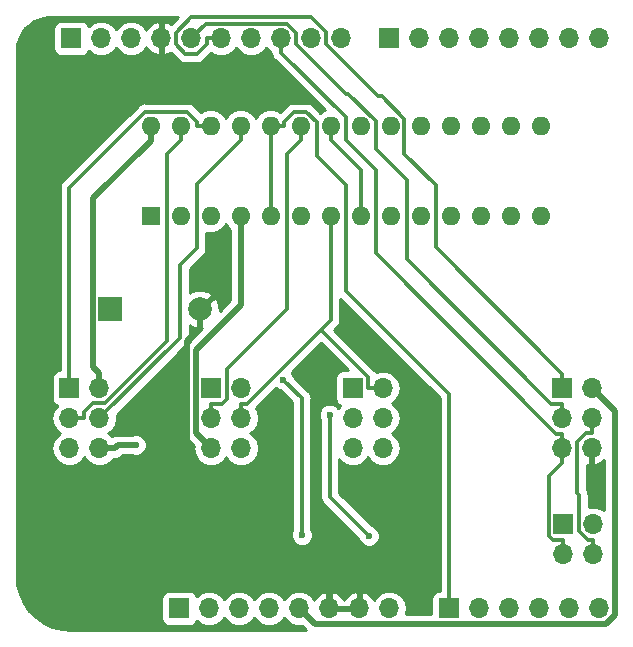
<source format=gbr>
G04 #@! TF.GenerationSoftware,KiCad,Pcbnew,(5.0.0)*
G04 #@! TF.CreationDate,2018-10-08T15:54:37-05:00*
G04 #@! TF.ProjectId,YAPS_Arduino_Shield_AVR,594150535F41726475696E6F5F536869,1.0*
G04 #@! TF.SameCoordinates,Original*
G04 #@! TF.FileFunction,Copper,L2,Bot,Signal*
G04 #@! TF.FilePolarity,Positive*
%FSLAX46Y46*%
G04 Gerber Fmt 4.6, Leading zero omitted, Abs format (unit mm)*
G04 Created by KiCad (PCBNEW (5.0.0)) date 10/08/18 15:54:37*
%MOMM*%
%LPD*%
G01*
G04 APERTURE LIST*
G04 #@! TA.AperFunction,ComponentPad*
%ADD10O,1.700000X1.700000*%
G04 #@! TD*
G04 #@! TA.AperFunction,ComponentPad*
%ADD11R,1.700000X1.700000*%
G04 #@! TD*
G04 #@! TA.AperFunction,ComponentPad*
%ADD12R,2.000000X2.000000*%
G04 #@! TD*
G04 #@! TA.AperFunction,ComponentPad*
%ADD13C,2.000000*%
G04 #@! TD*
G04 #@! TA.AperFunction,ComponentPad*
%ADD14R,1.600000X1.600000*%
G04 #@! TD*
G04 #@! TA.AperFunction,ComponentPad*
%ADD15O,1.600000X1.600000*%
G04 #@! TD*
G04 #@! TA.AperFunction,ViaPad*
%ADD16C,0.600000*%
G04 #@! TD*
G04 #@! TA.AperFunction,Conductor*
%ADD17C,0.500000*%
G04 #@! TD*
G04 #@! TA.AperFunction,Conductor*
%ADD18C,0.350000*%
G04 #@! TD*
G04 #@! TA.AperFunction,Conductor*
%ADD19C,0.254000*%
G04 #@! TD*
G04 APERTURE END LIST*
D10*
G04 #@! TO.P,J3,6*
G04 #@! TO.N,/85_VCC*
X144183000Y-110252000D03*
G04 #@! TO.P,J3,5*
G04 #@! TO.N,/85_GND*
X141643000Y-110252000D03*
G04 #@! TO.P,J3,4*
G04 #@! TO.N,/84_MOSI*
X144183000Y-107712000D03*
G04 #@! TO.P,J3,3*
G04 #@! TO.N,/84_SCK*
X141643000Y-107712000D03*
G04 #@! TO.P,J3,2*
G04 #@! TO.N,/85_RST*
X144183000Y-105172000D03*
D11*
G04 #@! TO.P,J3,1*
G04 #@! TO.N,/84_MISO*
X141643000Y-105172000D03*
G04 #@! TD*
G04 #@! TO.P,J2,1*
G04 #@! TO.N,/85_MISO*
X129644000Y-105172000D03*
D10*
G04 #@! TO.P,J2,2*
G04 #@! TO.N,/85_VCC*
X132184000Y-105172000D03*
G04 #@! TO.P,J2,3*
G04 #@! TO.N,/85_SCK*
X129644000Y-107712000D03*
G04 #@! TO.P,J2,4*
G04 #@! TO.N,/85_MOSI*
X132184000Y-107712000D03*
G04 #@! TO.P,J2,5*
G04 #@! TO.N,/85_RST*
X129644000Y-110252000D03*
G04 #@! TO.P,J2,6*
G04 #@! TO.N,/85_GND*
X132184000Y-110252000D03*
G04 #@! TD*
G04 #@! TO.P,J4,6*
G04 #@! TO.N,/84_MISO*
X156182000Y-110252000D03*
G04 #@! TO.P,J4,5*
G04 #@! TO.N,/85_RST*
X153642000Y-110252000D03*
G04 #@! TO.P,J4,4*
G04 #@! TO.N,/329_MOSI*
X156182000Y-107712000D03*
G04 #@! TO.P,J4,3*
G04 #@! TO.N,/329_SCK*
X153642000Y-107712000D03*
G04 #@! TO.P,J4,2*
G04 #@! TO.N,/84_MOSI*
X156182000Y-105172000D03*
D11*
G04 #@! TO.P,J4,1*
G04 #@! TO.N,/329_MISO*
X153642000Y-105172000D03*
G04 #@! TD*
G04 #@! TO.P,J1,1*
G04 #@! TO.N,/12(MISO)*
X171348000Y-105172000D03*
D10*
G04 #@! TO.P,J1,2*
G04 #@! TO.N,+5V*
X173888000Y-105172000D03*
G04 #@! TO.P,J1,3*
G04 #@! TO.N,/13(SCK)*
X171348000Y-107712000D03*
G04 #@! TO.P,J1,4*
G04 #@! TO.N,/11(\002A\002A/MOSI)*
X173888000Y-107712000D03*
G04 #@! TO.P,J1,5*
G04 #@! TO.N,/10(\002A\002A/SS)*
X171348000Y-110252000D03*
G04 #@! TO.P,J1,6*
G04 #@! TO.N,GND*
X173888000Y-110252000D03*
G04 #@! TD*
G04 #@! TO.P,P4,8*
G04 #@! TO.N,Net-(P4-Pad8)*
X174498000Y-75565000D03*
G04 #@! TO.P,P4,7*
G04 #@! TO.N,Net-(P4-Pad7)*
X171958000Y-75565000D03*
G04 #@! TO.P,P4,6*
G04 #@! TO.N,Net-(P4-Pad6)*
X169418000Y-75565000D03*
G04 #@! TO.P,P4,5*
G04 #@! TO.N,Net-(P4-Pad5)*
X166878000Y-75565000D03*
G04 #@! TO.P,P4,4*
G04 #@! TO.N,Net-(P4-Pad4)*
X164338000Y-75565000D03*
G04 #@! TO.P,P4,3*
G04 #@! TO.N,Net-(P4-Pad3)*
X161798000Y-75565000D03*
G04 #@! TO.P,P4,2*
G04 #@! TO.N,Net-(P4-Pad2)*
X159258000Y-75565000D03*
D11*
G04 #@! TO.P,P4,1*
G04 #@! TO.N,/7*
X156718000Y-75565000D03*
G04 #@! TD*
D10*
G04 #@! TO.P,P3,10*
G04 #@! TO.N,/8*
X152654000Y-75565000D03*
G04 #@! TO.P,P3,9*
G04 #@! TO.N,/9(\002A\002A)*
X150114000Y-75565000D03*
G04 #@! TO.P,P3,8*
G04 #@! TO.N,/10(\002A\002A/SS)*
X147574000Y-75565000D03*
G04 #@! TO.P,P3,7*
G04 #@! TO.N,/11(\002A\002A/MOSI)*
X145034000Y-75565000D03*
G04 #@! TO.P,P3,6*
G04 #@! TO.N,/12(MISO)*
X142494000Y-75565000D03*
G04 #@! TO.P,P3,5*
G04 #@! TO.N,/13(SCK)*
X139954000Y-75565000D03*
G04 #@! TO.P,P3,4*
G04 #@! TO.N,GND*
X137414000Y-75565000D03*
G04 #@! TO.P,P3,3*
G04 #@! TO.N,Net-(P3-Pad3)*
X134874000Y-75565000D03*
G04 #@! TO.P,P3,2*
G04 #@! TO.N,Net-(P3-Pad2)*
X132334000Y-75565000D03*
D11*
G04 #@! TO.P,P3,1*
G04 #@! TO.N,Net-(P3-Pad1)*
X129794000Y-75565000D03*
G04 #@! TD*
D10*
G04 #@! TO.P,P2,6*
G04 #@! TO.N,Net-(P2-Pad6)*
X174498000Y-123825000D03*
G04 #@! TO.P,P2,5*
G04 #@! TO.N,Net-(P2-Pad5)*
X171958000Y-123825000D03*
G04 #@! TO.P,P2,4*
G04 #@! TO.N,/A3*
X169418000Y-123825000D03*
G04 #@! TO.P,P2,3*
G04 #@! TO.N,Net-(P2-Pad3)*
X166878000Y-123825000D03*
G04 #@! TO.P,P2,2*
G04 #@! TO.N,Net-(P2-Pad2)*
X164338000Y-123825000D03*
D11*
G04 #@! TO.P,P2,1*
G04 #@! TO.N,/7*
X161798000Y-123825000D03*
G04 #@! TD*
D10*
G04 #@! TO.P,P1,8*
G04 #@! TO.N,Net-(P1-Pad8)*
X156718000Y-123825000D03*
G04 #@! TO.P,P1,7*
G04 #@! TO.N,GND*
X154178000Y-123825000D03*
G04 #@! TO.P,P1,6*
X151638000Y-123825000D03*
G04 #@! TO.P,P1,5*
G04 #@! TO.N,+5V*
X149098000Y-123825000D03*
G04 #@! TO.P,P1,4*
G04 #@! TO.N,Net-(P1-Pad4)*
X146558000Y-123825000D03*
G04 #@! TO.P,P1,3*
G04 #@! TO.N,/Reset*
X144018000Y-123825000D03*
G04 #@! TO.P,P1,2*
G04 #@! TO.N,Net-(P1-Pad2)*
X141478000Y-123825000D03*
D11*
G04 #@! TO.P,P1,1*
G04 #@! TO.N,Net-(P1-Pad1)*
X138938000Y-123825000D03*
G04 #@! TD*
D12*
G04 #@! TO.P,BZ1,1*
G04 #@! TO.N,/A3*
X133119000Y-98482300D03*
D13*
G04 #@! TO.P,BZ1,2*
G04 #@! TO.N,GND*
X140719000Y-98482300D03*
G04 #@! TD*
D14*
G04 #@! TO.P,J5,1*
G04 #@! TO.N,/85_RST*
X136520000Y-90612000D03*
D15*
G04 #@! TO.P,J5,15*
G04 #@! TO.N,Net-(J5-Pad15)*
X169540000Y-82992000D03*
G04 #@! TO.P,J5,2*
G04 #@! TO.N,/7*
X139060000Y-90612000D03*
G04 #@! TO.P,J5,16*
G04 #@! TO.N,Net-(J5-Pad16)*
X167000000Y-82992000D03*
G04 #@! TO.P,J5,3*
G04 #@! TO.N,Net-(J5-Pad3)*
X141600000Y-90612000D03*
G04 #@! TO.P,J5,17*
G04 #@! TO.N,/329_MOSI*
X164460000Y-82992000D03*
G04 #@! TO.P,J5,4*
G04 #@! TO.N,/85_GND*
X144140000Y-90612000D03*
G04 #@! TO.P,J5,18*
G04 #@! TO.N,/329_MISO*
X161920000Y-82992000D03*
G04 #@! TO.P,J5,5*
G04 #@! TO.N,/7*
X146680000Y-90612000D03*
G04 #@! TO.P,J5,19*
G04 #@! TO.N,/329_SCK*
X159380000Y-82992000D03*
G04 #@! TO.P,J5,6*
G04 #@! TO.N,Net-(J5-Pad6)*
X149220000Y-90612000D03*
G04 #@! TO.P,J5,20*
G04 #@! TO.N,Net-(J5-Pad20)*
X156840000Y-82992000D03*
G04 #@! TO.P,J5,7*
G04 #@! TO.N,/84_MOSI*
X151760000Y-90612000D03*
G04 #@! TO.P,J5,21*
G04 #@! TO.N,Net-(J5-Pad21)*
X154300000Y-82992000D03*
G04 #@! TO.P,J5,8*
G04 #@! TO.N,/84_MISO*
X154300000Y-90612000D03*
G04 #@! TO.P,J5,22*
X151760000Y-82992000D03*
G04 #@! TO.P,J5,9*
G04 #@! TO.N,/CY01*
X156840000Y-90612000D03*
G04 #@! TO.P,J5,23*
G04 #@! TO.N,/84_SCK*
X149220000Y-82992000D03*
G04 #@! TO.P,J5,10*
G04 #@! TO.N,/CY02*
X159380000Y-90612000D03*
G04 #@! TO.P,J5,24*
G04 #@! TO.N,/7*
X146680000Y-82992000D03*
G04 #@! TO.P,J5,11*
G04 #@! TO.N,Net-(J5-Pad11)*
X161920000Y-90612000D03*
G04 #@! TO.P,J5,25*
G04 #@! TO.N,/85_MOSI*
X144140000Y-82992000D03*
G04 #@! TO.P,J5,12*
G04 #@! TO.N,Net-(J5-Pad12)*
X164460000Y-90612000D03*
G04 #@! TO.P,J5,26*
G04 #@! TO.N,/85_MISO*
X141600000Y-82992000D03*
G04 #@! TO.P,J5,13*
G04 #@! TO.N,Net-(J5-Pad13)*
X167000000Y-90612000D03*
G04 #@! TO.P,J5,27*
G04 #@! TO.N,/85_SCK*
X139060000Y-82992000D03*
G04 #@! TO.P,J5,14*
G04 #@! TO.N,Net-(J5-Pad14)*
X169540000Y-90612000D03*
G04 #@! TO.P,J5,28*
G04 #@! TO.N,/85_VCC*
X136520000Y-82992000D03*
G04 #@! TD*
D11*
G04 #@! TO.P,J6,1*
G04 #@! TO.N,/12(MISO)*
X171478000Y-116683000D03*
D10*
G04 #@! TO.P,J6,2*
G04 #@! TO.N,/13(SCK)*
X174018000Y-116683000D03*
G04 #@! TO.P,J6,3*
G04 #@! TO.N,/10(\002A\002A/SS)*
X171478000Y-119223000D03*
G04 #@! TO.P,J6,4*
G04 #@! TO.N,/11(\002A\002A/MOSI)*
X174018000Y-119223000D03*
G04 #@! TD*
D16*
G04 #@! TO.N,GND*
X144605600Y-118436700D03*
G04 #@! TO.N,/9(\002A\002A)*
X149329000Y-117621000D03*
X147730500Y-104439500D03*
G04 #@! TO.N,/8*
X155017800Y-117696400D03*
X151675000Y-107428900D03*
G04 #@! TO.N,/85_GND*
X135293700Y-109986600D03*
G04 #@! TD*
D17*
G04 #@! TO.N,+5V*
X173888000Y-105172000D02*
X175835800Y-107119800D01*
X175835800Y-107119800D02*
X175835800Y-124383600D01*
X175835800Y-124383600D02*
X175076500Y-125142900D01*
X175076500Y-125142900D02*
X150415900Y-125142900D01*
X150415900Y-125142900D02*
X149098000Y-123825000D01*
G04 #@! TO.N,GND*
X144605600Y-118436700D02*
X147550000Y-118436700D01*
X147550000Y-118436700D02*
X151638000Y-122524700D01*
X140719000Y-98482300D02*
X140719000Y-100061500D01*
X140719000Y-100061500D02*
X139593800Y-101186700D01*
X139593800Y-101186700D02*
X139593800Y-113424900D01*
X139593800Y-113424900D02*
X144605600Y-118436700D01*
X151638000Y-123825000D02*
X151638000Y-122524700D01*
D18*
G04 #@! TO.N,/9(\002A\002A)*
X147730500Y-104439500D02*
X149329000Y-106038000D01*
X149329000Y-106038000D02*
X149329000Y-117621000D01*
G04 #@! TO.N,/8*
X155017800Y-117696400D02*
X151675000Y-114353600D01*
X151675000Y-114353600D02*
X151675000Y-107428900D01*
G04 #@! TO.N,/7*
X146680000Y-82992000D02*
X147855300Y-82992000D01*
X147855300Y-82992000D02*
X147855300Y-82624700D01*
X147855300Y-82624700D02*
X148677400Y-81802600D01*
X148677400Y-81802600D02*
X149718700Y-81802600D01*
X149718700Y-81802600D02*
X150584700Y-82668600D01*
X150584700Y-82668600D02*
X150584700Y-85497100D01*
X150584700Y-85497100D02*
X153030000Y-87942400D01*
X153030000Y-87942400D02*
X153030000Y-96933000D01*
X153030000Y-96933000D02*
X161798000Y-105701000D01*
X161798000Y-105701000D02*
X161798000Y-123825000D01*
X146680000Y-90612000D02*
X146680000Y-82992000D01*
G04 #@! TO.N,/13(SCK)*
X171348000Y-107712000D02*
X171348000Y-106486700D01*
X171348000Y-106486700D02*
X170429000Y-106486700D01*
X170429000Y-106486700D02*
X158204600Y-94262300D01*
X158204600Y-94262300D02*
X158204600Y-87566600D01*
X158204600Y-87566600D02*
X155570000Y-84932000D01*
X155570000Y-84932000D02*
X155570000Y-82590500D01*
X155570000Y-82590500D02*
X153218500Y-80239000D01*
X153218500Y-80239000D02*
X153053200Y-80239000D01*
X153053200Y-80239000D02*
X148844000Y-76029800D01*
X148844000Y-76029800D02*
X148844000Y-75079000D01*
X148844000Y-75079000D02*
X148102200Y-74337200D01*
X148102200Y-74337200D02*
X141181800Y-74337200D01*
X141181800Y-74337200D02*
X139954000Y-75565000D01*
G04 #@! TO.N,/10(\002A\002A/SS)*
X171348000Y-110252000D02*
X171348000Y-111477300D01*
X171478000Y-119223000D02*
X171478000Y-117997700D01*
X171478000Y-117997700D02*
X170559000Y-117997700D01*
X170559000Y-117997700D02*
X170252700Y-117691400D01*
X170252700Y-117691400D02*
X170252700Y-112572600D01*
X170252700Y-112572600D02*
X171348000Y-111477300D01*
X171348000Y-110252000D02*
X171348000Y-109026700D01*
X147574000Y-75565000D02*
X147574000Y-76790300D01*
X147574000Y-76790300D02*
X153030000Y-82246300D01*
X153030000Y-82246300D02*
X153030000Y-84167400D01*
X153030000Y-84167400D02*
X155570000Y-86707400D01*
X155570000Y-86707400D02*
X155570000Y-93756500D01*
X155570000Y-93756500D02*
X170840200Y-109026700D01*
X170840200Y-109026700D02*
X171348000Y-109026700D01*
G04 #@! TO.N,/12(MISO)*
X142494000Y-75565000D02*
X141268700Y-75565000D01*
X171348000Y-105172000D02*
X171348000Y-103946700D01*
X141268700Y-75565000D02*
X141268700Y-76024500D01*
X141268700Y-76024500D02*
X140452300Y-76840900D01*
X140452300Y-76840900D02*
X139455200Y-76840900D01*
X139455200Y-76840900D02*
X138684000Y-76069700D01*
X138684000Y-76069700D02*
X138684000Y-75071900D01*
X138684000Y-75071900D02*
X139969100Y-73786800D01*
X139969100Y-73786800D02*
X150118000Y-73786800D01*
X150118000Y-73786800D02*
X151384000Y-75052800D01*
X151384000Y-75052800D02*
X151384000Y-76035500D01*
X151384000Y-76035500D02*
X155793200Y-80444700D01*
X155793200Y-80444700D02*
X156071100Y-80444700D01*
X156071100Y-80444700D02*
X158015400Y-82389000D01*
X158015400Y-82389000D02*
X158015400Y-85315900D01*
X158015400Y-85315900D02*
X160650000Y-87950500D01*
X160650000Y-87950500D02*
X160650000Y-93248700D01*
X160650000Y-93248700D02*
X171348000Y-103946700D01*
G04 #@! TO.N,/11(\002A\002A/MOSI)*
X173888000Y-107712000D02*
X173888000Y-108937300D01*
X174018000Y-119223000D02*
X174018000Y-117997700D01*
X174018000Y-117997700D02*
X173558400Y-117997700D01*
X173558400Y-117997700D02*
X172792700Y-117232000D01*
X172792700Y-117232000D02*
X172792700Y-114232400D01*
X172792700Y-114232400D02*
X172618000Y-114057700D01*
X172618000Y-114057700D02*
X172618000Y-109699500D01*
X172618000Y-109699500D02*
X173380200Y-108937300D01*
X173380200Y-108937300D02*
X173888000Y-108937300D01*
G04 #@! TO.N,/85_MISO*
X141600000Y-82992000D02*
X140424700Y-82992000D01*
X140424700Y-82992000D02*
X140424700Y-82624700D01*
X140424700Y-82624700D02*
X139605800Y-81805800D01*
X139605800Y-81805800D02*
X136042300Y-81805800D01*
X136042300Y-81805800D02*
X129644000Y-88204100D01*
X129644000Y-88204100D02*
X129644000Y-105172000D01*
D17*
G04 #@! TO.N,/85_VCC*
X132184000Y-103871700D02*
X131668600Y-103356300D01*
X131668600Y-103356300D02*
X131668600Y-89093700D01*
X131668600Y-89093700D02*
X136520000Y-84242300D01*
X132184000Y-105172000D02*
X132184000Y-103871700D01*
X136520000Y-82992000D02*
X136520000Y-84242300D01*
D18*
G04 #@! TO.N,/85_SCK*
X139060000Y-84167300D02*
X137884700Y-85342600D01*
X137884700Y-85342600D02*
X137884700Y-101205000D01*
X137884700Y-101205000D02*
X132647700Y-106442000D01*
X132647700Y-106442000D02*
X131631500Y-106442000D01*
X131631500Y-106442000D02*
X130869300Y-107204200D01*
X130869300Y-107204200D02*
X130869300Y-107712000D01*
X129644000Y-107712000D02*
X130869300Y-107712000D01*
X139060000Y-82992000D02*
X139060000Y-84167300D01*
G04 #@! TO.N,/85_MOSI*
X144140000Y-82992000D02*
X144140000Y-84167300D01*
X144140000Y-84167300D02*
X140424600Y-87882700D01*
X140424600Y-87882700D02*
X140424600Y-93331500D01*
X140424600Y-93331500D02*
X139010000Y-94746100D01*
X139010000Y-94746100D02*
X139010000Y-100886000D01*
X139010000Y-100886000D02*
X132184000Y-107712000D01*
D17*
G04 #@! TO.N,/85_GND*
X132184000Y-110252000D02*
X133484300Y-110252000D01*
X135293700Y-109986600D02*
X133749700Y-109986600D01*
X133749700Y-109986600D02*
X133484300Y-110252000D01*
X144140000Y-90612000D02*
X144140000Y-98104700D01*
X144140000Y-98104700D02*
X140335800Y-101908900D01*
X140335800Y-101908900D02*
X140335800Y-108944800D01*
X140335800Y-108944800D02*
X141643000Y-110252000D01*
D18*
G04 #@! TO.N,/84_MOSI*
X150929500Y-100225800D02*
X144668600Y-106486700D01*
X144668600Y-106486700D02*
X144183000Y-106486700D01*
X151760000Y-91787300D02*
X151760000Y-99395300D01*
X151760000Y-99395300D02*
X150929500Y-100225800D01*
X150929500Y-100225800D02*
X154956700Y-104253000D01*
X154956700Y-104253000D02*
X154956700Y-105172000D01*
X156182000Y-105172000D02*
X154956700Y-105172000D01*
X144183000Y-107712000D02*
X144183000Y-106486700D01*
X151760000Y-90612000D02*
X151760000Y-91787300D01*
G04 #@! TO.N,/84_SCK*
X141643000Y-107712000D02*
X141643000Y-106486700D01*
X149220000Y-82992000D02*
X149220000Y-84167300D01*
X149220000Y-84167300D02*
X148044700Y-85342600D01*
X148044700Y-85342600D02*
X148044700Y-98430300D01*
X148044700Y-98430300D02*
X142957600Y-103517400D01*
X142957600Y-103517400D02*
X142957600Y-106128300D01*
X142957600Y-106128300D02*
X142599200Y-106486700D01*
X142599200Y-106486700D02*
X141643000Y-106486700D01*
G04 #@! TO.N,/84_MISO*
X151760000Y-83139200D02*
X151760000Y-82992000D01*
X151760000Y-83139200D02*
X151760000Y-84167300D01*
X151760000Y-84167300D02*
X154300000Y-86707300D01*
X154300000Y-86707300D02*
X154300000Y-89436700D01*
X154300000Y-90024300D02*
X154300000Y-90612000D01*
X154300000Y-90024300D02*
X154300000Y-89436700D01*
G04 #@! TD*
D19*
G04 #@! TO.N,GND*
G36*
X138252135Y-74358252D02*
X138180924Y-74293355D01*
X137770890Y-74123524D01*
X137541000Y-74244845D01*
X137541000Y-75438000D01*
X137561000Y-75438000D01*
X137561000Y-75692000D01*
X137541000Y-75692000D01*
X137541000Y-76885155D01*
X137770890Y-77006476D01*
X138180924Y-76836645D01*
X138246066Y-76777279D01*
X138826034Y-77357247D01*
X138871223Y-77424877D01*
X139139154Y-77603903D01*
X139375426Y-77650900D01*
X139375430Y-77650900D01*
X139455199Y-77666767D01*
X139534968Y-77650900D01*
X140372527Y-77650900D01*
X140452300Y-77666768D01*
X140532073Y-77650900D01*
X140532074Y-77650900D01*
X140768346Y-77603903D01*
X141036277Y-77424877D01*
X141081468Y-77357244D01*
X141650996Y-76787717D01*
X141914582Y-76963839D01*
X142347744Y-77050000D01*
X142640256Y-77050000D01*
X143073418Y-76963839D01*
X143564625Y-76635625D01*
X143764000Y-76337239D01*
X143963375Y-76635625D01*
X144454582Y-76963839D01*
X144887744Y-77050000D01*
X145180256Y-77050000D01*
X145613418Y-76963839D01*
X146104625Y-76635625D01*
X146304000Y-76337239D01*
X146503375Y-76635625D01*
X146750166Y-76800525D01*
X146809152Y-77097067D01*
X146810998Y-77106346D01*
X146990024Y-77374277D01*
X147057654Y-77419466D01*
X151265447Y-81627260D01*
X151200091Y-81640260D01*
X150901431Y-81839818D01*
X150347868Y-81286256D01*
X150302677Y-81218623D01*
X150034746Y-81039597D01*
X149798474Y-80992600D01*
X149798473Y-80992600D01*
X149718700Y-80976732D01*
X149638927Y-80992600D01*
X148757173Y-80992600D01*
X148677400Y-80976732D01*
X148597627Y-80992600D01*
X148597626Y-80992600D01*
X148361354Y-81039597D01*
X148093423Y-81218623D01*
X148048234Y-81286253D01*
X147512253Y-81822235D01*
X147239909Y-81640260D01*
X146821333Y-81557000D01*
X146538667Y-81557000D01*
X146120091Y-81640260D01*
X145645423Y-81957423D01*
X145410000Y-82309758D01*
X145174577Y-81957423D01*
X144699909Y-81640260D01*
X144281333Y-81557000D01*
X143998667Y-81557000D01*
X143580091Y-81640260D01*
X143105423Y-81957423D01*
X142870000Y-82309758D01*
X142634577Y-81957423D01*
X142159909Y-81640260D01*
X141741333Y-81557000D01*
X141458667Y-81557000D01*
X141040091Y-81640260D01*
X140767747Y-81822234D01*
X140234968Y-81289456D01*
X140189777Y-81221823D01*
X139921846Y-81042797D01*
X139685574Y-80995800D01*
X139685573Y-80995800D01*
X139605800Y-80979932D01*
X139526027Y-80995800D01*
X136122074Y-80995800D01*
X136042300Y-80979932D01*
X135726253Y-81042797D01*
X135589570Y-81134127D01*
X135458323Y-81221823D01*
X135413134Y-81289453D01*
X129127656Y-87574932D01*
X129060023Y-87620123D01*
X128880997Y-87888055D01*
X128835528Y-88116644D01*
X128818132Y-88204100D01*
X128834000Y-88283873D01*
X128834001Y-103674560D01*
X128794000Y-103674560D01*
X128546235Y-103723843D01*
X128336191Y-103864191D01*
X128195843Y-104074235D01*
X128146560Y-104322000D01*
X128146560Y-106022000D01*
X128195843Y-106269765D01*
X128336191Y-106479809D01*
X128546235Y-106620157D01*
X128591619Y-106629184D01*
X128573375Y-106641375D01*
X128245161Y-107132582D01*
X128129908Y-107712000D01*
X128245161Y-108291418D01*
X128573375Y-108782625D01*
X128871761Y-108982000D01*
X128573375Y-109181375D01*
X128245161Y-109672582D01*
X128129908Y-110252000D01*
X128245161Y-110831418D01*
X128573375Y-111322625D01*
X129064582Y-111650839D01*
X129497744Y-111737000D01*
X129790256Y-111737000D01*
X130223418Y-111650839D01*
X130714625Y-111322625D01*
X130914000Y-111024239D01*
X131113375Y-111322625D01*
X131604582Y-111650839D01*
X132037744Y-111737000D01*
X132330256Y-111737000D01*
X132763418Y-111650839D01*
X133254625Y-111322625D01*
X133378656Y-111137000D01*
X133397139Y-111137000D01*
X133484300Y-111154337D01*
X133571461Y-111137000D01*
X133571465Y-111137000D01*
X133829610Y-111085652D01*
X134122349Y-110890049D01*
X134134676Y-110871600D01*
X134987006Y-110871600D01*
X135107717Y-110921600D01*
X135479683Y-110921600D01*
X135823335Y-110779255D01*
X136086355Y-110516235D01*
X136228700Y-110172583D01*
X136228700Y-109800617D01*
X136086355Y-109456965D01*
X135823335Y-109193945D01*
X135479683Y-109051600D01*
X135107717Y-109051600D01*
X134987006Y-109101600D01*
X133836859Y-109101600D01*
X133749699Y-109084263D01*
X133662540Y-109101600D01*
X133662535Y-109101600D01*
X133404390Y-109152948D01*
X133287720Y-109230905D01*
X133254625Y-109181375D01*
X132956239Y-108982000D01*
X133254625Y-108782625D01*
X133582839Y-108291418D01*
X133698092Y-107712000D01*
X133636941Y-107404571D01*
X139526347Y-101515166D01*
X139541084Y-101505319D01*
X139502148Y-101563591D01*
X139450800Y-101821736D01*
X139450800Y-101821739D01*
X139433463Y-101908900D01*
X139450800Y-101996061D01*
X139450801Y-108857635D01*
X139433463Y-108944800D01*
X139502148Y-109290109D01*
X139648376Y-109508954D01*
X139648378Y-109508956D01*
X139697752Y-109582849D01*
X139771645Y-109632223D01*
X140172462Y-110033040D01*
X140128908Y-110252000D01*
X140244161Y-110831418D01*
X140572375Y-111322625D01*
X141063582Y-111650839D01*
X141496744Y-111737000D01*
X141789256Y-111737000D01*
X142222418Y-111650839D01*
X142713625Y-111322625D01*
X142913000Y-111024239D01*
X143112375Y-111322625D01*
X143603582Y-111650839D01*
X144036744Y-111737000D01*
X144329256Y-111737000D01*
X144762418Y-111650839D01*
X145253625Y-111322625D01*
X145581839Y-110831418D01*
X145697092Y-110252000D01*
X145581839Y-109672582D01*
X145253625Y-109181375D01*
X144955239Y-108982000D01*
X145253625Y-108782625D01*
X145581839Y-108291418D01*
X145697092Y-107712000D01*
X145581839Y-107132582D01*
X145416170Y-106884642D01*
X147134761Y-105166051D01*
X147200865Y-105232155D01*
X147502643Y-105357155D01*
X148519000Y-106373513D01*
X148519001Y-117133237D01*
X148394000Y-117435017D01*
X148394000Y-117806983D01*
X148536345Y-118150635D01*
X148799365Y-118413655D01*
X149143017Y-118556000D01*
X149514983Y-118556000D01*
X149858635Y-118413655D01*
X150121655Y-118150635D01*
X150264000Y-117806983D01*
X150264000Y-117435017D01*
X150139000Y-117133240D01*
X150139000Y-106117769D01*
X150154867Y-106037999D01*
X150139000Y-105958230D01*
X150139000Y-105958226D01*
X150092003Y-105721954D01*
X149912977Y-105454023D01*
X149845347Y-105408834D01*
X148648155Y-104211643D01*
X148523155Y-103909865D01*
X148457051Y-103843761D01*
X150929500Y-101371313D01*
X153232747Y-103674560D01*
X152792000Y-103674560D01*
X152544235Y-103723843D01*
X152334191Y-103864191D01*
X152193843Y-104074235D01*
X152144560Y-104322000D01*
X152144560Y-106022000D01*
X152193843Y-106269765D01*
X152334191Y-106479809D01*
X152544235Y-106620157D01*
X152589619Y-106629184D01*
X152571375Y-106641375D01*
X152426534Y-106858144D01*
X152204635Y-106636245D01*
X151860983Y-106493900D01*
X151489017Y-106493900D01*
X151145365Y-106636245D01*
X150882345Y-106899265D01*
X150740000Y-107242917D01*
X150740000Y-107614883D01*
X150865001Y-107916663D01*
X150865000Y-114273827D01*
X150849132Y-114353600D01*
X150865000Y-114433373D01*
X150911997Y-114669645D01*
X151091023Y-114937577D01*
X151158656Y-114982768D01*
X154100145Y-117924258D01*
X154225145Y-118226035D01*
X154488165Y-118489055D01*
X154831817Y-118631400D01*
X155203783Y-118631400D01*
X155547435Y-118489055D01*
X155810455Y-118226035D01*
X155952800Y-117882383D01*
X155952800Y-117510417D01*
X155810455Y-117166765D01*
X155547435Y-116903745D01*
X155245658Y-116778745D01*
X152485000Y-114018088D01*
X152485000Y-111193356D01*
X152571375Y-111322625D01*
X153062582Y-111650839D01*
X153495744Y-111737000D01*
X153788256Y-111737000D01*
X154221418Y-111650839D01*
X154712625Y-111322625D01*
X154912000Y-111024239D01*
X155111375Y-111322625D01*
X155602582Y-111650839D01*
X156035744Y-111737000D01*
X156328256Y-111737000D01*
X156761418Y-111650839D01*
X157252625Y-111322625D01*
X157580839Y-110831418D01*
X157696092Y-110252000D01*
X157580839Y-109672582D01*
X157252625Y-109181375D01*
X156954239Y-108982000D01*
X157252625Y-108782625D01*
X157580839Y-108291418D01*
X157696092Y-107712000D01*
X157580839Y-107132582D01*
X157252625Y-106641375D01*
X156954239Y-106442000D01*
X157252625Y-106242625D01*
X157580839Y-105751418D01*
X157696092Y-105172000D01*
X157580839Y-104592582D01*
X157252625Y-104101375D01*
X156761418Y-103773161D01*
X156328256Y-103687000D01*
X156035744Y-103687000D01*
X155609359Y-103771813D01*
X155540677Y-103669023D01*
X155473047Y-103623835D01*
X152075012Y-100225800D01*
X152276347Y-100024466D01*
X152343977Y-99979277D01*
X152523003Y-99711346D01*
X152570000Y-99475074D01*
X152570000Y-99475070D01*
X152585867Y-99395301D01*
X152570000Y-99315531D01*
X152570000Y-97618512D01*
X160988000Y-106036513D01*
X160988001Y-122327560D01*
X160948000Y-122327560D01*
X160700235Y-122376843D01*
X160490191Y-122517191D01*
X160349843Y-122727235D01*
X160300560Y-122975000D01*
X160300560Y-124257900D01*
X158145983Y-124257900D01*
X158232092Y-123825000D01*
X158116839Y-123245582D01*
X157788625Y-122754375D01*
X157297418Y-122426161D01*
X156864256Y-122340000D01*
X156571744Y-122340000D01*
X156138582Y-122426161D01*
X155647375Y-122754375D01*
X155434157Y-123073478D01*
X155373183Y-122943642D01*
X154944924Y-122553355D01*
X154534890Y-122383524D01*
X154305000Y-122504845D01*
X154305000Y-123698000D01*
X154325000Y-123698000D01*
X154325000Y-123952000D01*
X154305000Y-123952000D01*
X154305000Y-123972000D01*
X154051000Y-123972000D01*
X154051000Y-123952000D01*
X151765000Y-123952000D01*
X151765000Y-123972000D01*
X151511000Y-123972000D01*
X151511000Y-123952000D01*
X151491000Y-123952000D01*
X151491000Y-123698000D01*
X151511000Y-123698000D01*
X151511000Y-122504845D01*
X151765000Y-122504845D01*
X151765000Y-123698000D01*
X154051000Y-123698000D01*
X154051000Y-122504845D01*
X153821110Y-122383524D01*
X153411076Y-122553355D01*
X152982817Y-122943642D01*
X152908000Y-123102954D01*
X152833183Y-122943642D01*
X152404924Y-122553355D01*
X151994890Y-122383524D01*
X151765000Y-122504845D01*
X151511000Y-122504845D01*
X151281110Y-122383524D01*
X150871076Y-122553355D01*
X150442817Y-122943642D01*
X150381843Y-123073478D01*
X150168625Y-122754375D01*
X149677418Y-122426161D01*
X149244256Y-122340000D01*
X148951744Y-122340000D01*
X148518582Y-122426161D01*
X148027375Y-122754375D01*
X147828000Y-123052761D01*
X147628625Y-122754375D01*
X147137418Y-122426161D01*
X146704256Y-122340000D01*
X146411744Y-122340000D01*
X145978582Y-122426161D01*
X145487375Y-122754375D01*
X145288000Y-123052761D01*
X145088625Y-122754375D01*
X144597418Y-122426161D01*
X144164256Y-122340000D01*
X143871744Y-122340000D01*
X143438582Y-122426161D01*
X142947375Y-122754375D01*
X142748000Y-123052761D01*
X142548625Y-122754375D01*
X142057418Y-122426161D01*
X141624256Y-122340000D01*
X141331744Y-122340000D01*
X140898582Y-122426161D01*
X140407375Y-122754375D01*
X140395184Y-122772619D01*
X140386157Y-122727235D01*
X140245809Y-122517191D01*
X140035765Y-122376843D01*
X139788000Y-122327560D01*
X138088000Y-122327560D01*
X137840235Y-122376843D01*
X137630191Y-122517191D01*
X137489843Y-122727235D01*
X137440560Y-122975000D01*
X137440560Y-124675000D01*
X137489843Y-124922765D01*
X137630191Y-125132809D01*
X137840235Y-125273157D01*
X138088000Y-125322440D01*
X139788000Y-125322440D01*
X140035765Y-125273157D01*
X140245809Y-125132809D01*
X140386157Y-124922765D01*
X140395184Y-124877381D01*
X140407375Y-124895625D01*
X140898582Y-125223839D01*
X141331744Y-125310000D01*
X141624256Y-125310000D01*
X142057418Y-125223839D01*
X142548625Y-124895625D01*
X142748000Y-124597239D01*
X142947375Y-124895625D01*
X143438582Y-125223839D01*
X143871744Y-125310000D01*
X144164256Y-125310000D01*
X144597418Y-125223839D01*
X145088625Y-124895625D01*
X145288000Y-124597239D01*
X145487375Y-124895625D01*
X145978582Y-125223839D01*
X146411744Y-125310000D01*
X146704256Y-125310000D01*
X147137418Y-125223839D01*
X147628625Y-124895625D01*
X147828000Y-124597239D01*
X148027375Y-124895625D01*
X148518582Y-125223839D01*
X148951744Y-125310000D01*
X149244256Y-125310000D01*
X149316960Y-125295538D01*
X149676421Y-125655000D01*
X129811577Y-125655000D01*
X128981112Y-125582344D01*
X128205936Y-125374636D01*
X127478606Y-125035476D01*
X126821221Y-124575170D01*
X126253750Y-124007699D01*
X125793444Y-123350315D01*
X125454283Y-122622980D01*
X125246576Y-121847806D01*
X125173920Y-121017343D01*
X125173920Y-76659197D01*
X125240833Y-76022561D01*
X125427086Y-75449332D01*
X125728448Y-74927358D01*
X125919655Y-74715000D01*
X128296560Y-74715000D01*
X128296560Y-76415000D01*
X128345843Y-76662765D01*
X128486191Y-76872809D01*
X128696235Y-77013157D01*
X128944000Y-77062440D01*
X130644000Y-77062440D01*
X130891765Y-77013157D01*
X131101809Y-76872809D01*
X131242157Y-76662765D01*
X131251184Y-76617381D01*
X131263375Y-76635625D01*
X131754582Y-76963839D01*
X132187744Y-77050000D01*
X132480256Y-77050000D01*
X132913418Y-76963839D01*
X133404625Y-76635625D01*
X133604000Y-76337239D01*
X133803375Y-76635625D01*
X134294582Y-76963839D01*
X134727744Y-77050000D01*
X135020256Y-77050000D01*
X135453418Y-76963839D01*
X135944625Y-76635625D01*
X136157843Y-76316522D01*
X136218817Y-76446358D01*
X136647076Y-76836645D01*
X137057110Y-77006476D01*
X137287000Y-76885155D01*
X137287000Y-75692000D01*
X137267000Y-75692000D01*
X137267000Y-75438000D01*
X137287000Y-75438000D01*
X137287000Y-74244845D01*
X137057110Y-74123524D01*
X136647076Y-74293355D01*
X136218817Y-74683642D01*
X136157843Y-74813478D01*
X135944625Y-74494375D01*
X135453418Y-74166161D01*
X135020256Y-74080000D01*
X134727744Y-74080000D01*
X134294582Y-74166161D01*
X133803375Y-74494375D01*
X133604000Y-74792761D01*
X133404625Y-74494375D01*
X132913418Y-74166161D01*
X132480256Y-74080000D01*
X132187744Y-74080000D01*
X131754582Y-74166161D01*
X131263375Y-74494375D01*
X131251184Y-74512619D01*
X131242157Y-74467235D01*
X131101809Y-74257191D01*
X130891765Y-74116843D01*
X130644000Y-74067560D01*
X128944000Y-74067560D01*
X128696235Y-74116843D01*
X128486191Y-74257191D01*
X128345843Y-74467235D01*
X128296560Y-74715000D01*
X125919655Y-74715000D01*
X126131752Y-74479443D01*
X126619369Y-74125168D01*
X127169986Y-73880019D01*
X127777878Y-73750807D01*
X128079497Y-73735000D01*
X138875387Y-73735000D01*
X138252135Y-74358252D01*
X138252135Y-74358252D01*
G37*
X138252135Y-74358252D02*
X138180924Y-74293355D01*
X137770890Y-74123524D01*
X137541000Y-74244845D01*
X137541000Y-75438000D01*
X137561000Y-75438000D01*
X137561000Y-75692000D01*
X137541000Y-75692000D01*
X137541000Y-76885155D01*
X137770890Y-77006476D01*
X138180924Y-76836645D01*
X138246066Y-76777279D01*
X138826034Y-77357247D01*
X138871223Y-77424877D01*
X139139154Y-77603903D01*
X139375426Y-77650900D01*
X139375430Y-77650900D01*
X139455199Y-77666767D01*
X139534968Y-77650900D01*
X140372527Y-77650900D01*
X140452300Y-77666768D01*
X140532073Y-77650900D01*
X140532074Y-77650900D01*
X140768346Y-77603903D01*
X141036277Y-77424877D01*
X141081468Y-77357244D01*
X141650996Y-76787717D01*
X141914582Y-76963839D01*
X142347744Y-77050000D01*
X142640256Y-77050000D01*
X143073418Y-76963839D01*
X143564625Y-76635625D01*
X143764000Y-76337239D01*
X143963375Y-76635625D01*
X144454582Y-76963839D01*
X144887744Y-77050000D01*
X145180256Y-77050000D01*
X145613418Y-76963839D01*
X146104625Y-76635625D01*
X146304000Y-76337239D01*
X146503375Y-76635625D01*
X146750166Y-76800525D01*
X146809152Y-77097067D01*
X146810998Y-77106346D01*
X146990024Y-77374277D01*
X147057654Y-77419466D01*
X151265447Y-81627260D01*
X151200091Y-81640260D01*
X150901431Y-81839818D01*
X150347868Y-81286256D01*
X150302677Y-81218623D01*
X150034746Y-81039597D01*
X149798474Y-80992600D01*
X149798473Y-80992600D01*
X149718700Y-80976732D01*
X149638927Y-80992600D01*
X148757173Y-80992600D01*
X148677400Y-80976732D01*
X148597627Y-80992600D01*
X148597626Y-80992600D01*
X148361354Y-81039597D01*
X148093423Y-81218623D01*
X148048234Y-81286253D01*
X147512253Y-81822235D01*
X147239909Y-81640260D01*
X146821333Y-81557000D01*
X146538667Y-81557000D01*
X146120091Y-81640260D01*
X145645423Y-81957423D01*
X145410000Y-82309758D01*
X145174577Y-81957423D01*
X144699909Y-81640260D01*
X144281333Y-81557000D01*
X143998667Y-81557000D01*
X143580091Y-81640260D01*
X143105423Y-81957423D01*
X142870000Y-82309758D01*
X142634577Y-81957423D01*
X142159909Y-81640260D01*
X141741333Y-81557000D01*
X141458667Y-81557000D01*
X141040091Y-81640260D01*
X140767747Y-81822234D01*
X140234968Y-81289456D01*
X140189777Y-81221823D01*
X139921846Y-81042797D01*
X139685574Y-80995800D01*
X139685573Y-80995800D01*
X139605800Y-80979932D01*
X139526027Y-80995800D01*
X136122074Y-80995800D01*
X136042300Y-80979932D01*
X135726253Y-81042797D01*
X135589570Y-81134127D01*
X135458323Y-81221823D01*
X135413134Y-81289453D01*
X129127656Y-87574932D01*
X129060023Y-87620123D01*
X128880997Y-87888055D01*
X128835528Y-88116644D01*
X128818132Y-88204100D01*
X128834000Y-88283873D01*
X128834001Y-103674560D01*
X128794000Y-103674560D01*
X128546235Y-103723843D01*
X128336191Y-103864191D01*
X128195843Y-104074235D01*
X128146560Y-104322000D01*
X128146560Y-106022000D01*
X128195843Y-106269765D01*
X128336191Y-106479809D01*
X128546235Y-106620157D01*
X128591619Y-106629184D01*
X128573375Y-106641375D01*
X128245161Y-107132582D01*
X128129908Y-107712000D01*
X128245161Y-108291418D01*
X128573375Y-108782625D01*
X128871761Y-108982000D01*
X128573375Y-109181375D01*
X128245161Y-109672582D01*
X128129908Y-110252000D01*
X128245161Y-110831418D01*
X128573375Y-111322625D01*
X129064582Y-111650839D01*
X129497744Y-111737000D01*
X129790256Y-111737000D01*
X130223418Y-111650839D01*
X130714625Y-111322625D01*
X130914000Y-111024239D01*
X131113375Y-111322625D01*
X131604582Y-111650839D01*
X132037744Y-111737000D01*
X132330256Y-111737000D01*
X132763418Y-111650839D01*
X133254625Y-111322625D01*
X133378656Y-111137000D01*
X133397139Y-111137000D01*
X133484300Y-111154337D01*
X133571461Y-111137000D01*
X133571465Y-111137000D01*
X133829610Y-111085652D01*
X134122349Y-110890049D01*
X134134676Y-110871600D01*
X134987006Y-110871600D01*
X135107717Y-110921600D01*
X135479683Y-110921600D01*
X135823335Y-110779255D01*
X136086355Y-110516235D01*
X136228700Y-110172583D01*
X136228700Y-109800617D01*
X136086355Y-109456965D01*
X135823335Y-109193945D01*
X135479683Y-109051600D01*
X135107717Y-109051600D01*
X134987006Y-109101600D01*
X133836859Y-109101600D01*
X133749699Y-109084263D01*
X133662540Y-109101600D01*
X133662535Y-109101600D01*
X133404390Y-109152948D01*
X133287720Y-109230905D01*
X133254625Y-109181375D01*
X132956239Y-108982000D01*
X133254625Y-108782625D01*
X133582839Y-108291418D01*
X133698092Y-107712000D01*
X133636941Y-107404571D01*
X139526347Y-101515166D01*
X139541084Y-101505319D01*
X139502148Y-101563591D01*
X139450800Y-101821736D01*
X139450800Y-101821739D01*
X139433463Y-101908900D01*
X139450800Y-101996061D01*
X139450801Y-108857635D01*
X139433463Y-108944800D01*
X139502148Y-109290109D01*
X139648376Y-109508954D01*
X139648378Y-109508956D01*
X139697752Y-109582849D01*
X139771645Y-109632223D01*
X140172462Y-110033040D01*
X140128908Y-110252000D01*
X140244161Y-110831418D01*
X140572375Y-111322625D01*
X141063582Y-111650839D01*
X141496744Y-111737000D01*
X141789256Y-111737000D01*
X142222418Y-111650839D01*
X142713625Y-111322625D01*
X142913000Y-111024239D01*
X143112375Y-111322625D01*
X143603582Y-111650839D01*
X144036744Y-111737000D01*
X144329256Y-111737000D01*
X144762418Y-111650839D01*
X145253625Y-111322625D01*
X145581839Y-110831418D01*
X145697092Y-110252000D01*
X145581839Y-109672582D01*
X145253625Y-109181375D01*
X144955239Y-108982000D01*
X145253625Y-108782625D01*
X145581839Y-108291418D01*
X145697092Y-107712000D01*
X145581839Y-107132582D01*
X145416170Y-106884642D01*
X147134761Y-105166051D01*
X147200865Y-105232155D01*
X147502643Y-105357155D01*
X148519000Y-106373513D01*
X148519001Y-117133237D01*
X148394000Y-117435017D01*
X148394000Y-117806983D01*
X148536345Y-118150635D01*
X148799365Y-118413655D01*
X149143017Y-118556000D01*
X149514983Y-118556000D01*
X149858635Y-118413655D01*
X150121655Y-118150635D01*
X150264000Y-117806983D01*
X150264000Y-117435017D01*
X150139000Y-117133240D01*
X150139000Y-106117769D01*
X150154867Y-106037999D01*
X150139000Y-105958230D01*
X150139000Y-105958226D01*
X150092003Y-105721954D01*
X149912977Y-105454023D01*
X149845347Y-105408834D01*
X148648155Y-104211643D01*
X148523155Y-103909865D01*
X148457051Y-103843761D01*
X150929500Y-101371313D01*
X153232747Y-103674560D01*
X152792000Y-103674560D01*
X152544235Y-103723843D01*
X152334191Y-103864191D01*
X152193843Y-104074235D01*
X152144560Y-104322000D01*
X152144560Y-106022000D01*
X152193843Y-106269765D01*
X152334191Y-106479809D01*
X152544235Y-106620157D01*
X152589619Y-106629184D01*
X152571375Y-106641375D01*
X152426534Y-106858144D01*
X152204635Y-106636245D01*
X151860983Y-106493900D01*
X151489017Y-106493900D01*
X151145365Y-106636245D01*
X150882345Y-106899265D01*
X150740000Y-107242917D01*
X150740000Y-107614883D01*
X150865001Y-107916663D01*
X150865000Y-114273827D01*
X150849132Y-114353600D01*
X150865000Y-114433373D01*
X150911997Y-114669645D01*
X151091023Y-114937577D01*
X151158656Y-114982768D01*
X154100145Y-117924258D01*
X154225145Y-118226035D01*
X154488165Y-118489055D01*
X154831817Y-118631400D01*
X155203783Y-118631400D01*
X155547435Y-118489055D01*
X155810455Y-118226035D01*
X155952800Y-117882383D01*
X155952800Y-117510417D01*
X155810455Y-117166765D01*
X155547435Y-116903745D01*
X155245658Y-116778745D01*
X152485000Y-114018088D01*
X152485000Y-111193356D01*
X152571375Y-111322625D01*
X153062582Y-111650839D01*
X153495744Y-111737000D01*
X153788256Y-111737000D01*
X154221418Y-111650839D01*
X154712625Y-111322625D01*
X154912000Y-111024239D01*
X155111375Y-111322625D01*
X155602582Y-111650839D01*
X156035744Y-111737000D01*
X156328256Y-111737000D01*
X156761418Y-111650839D01*
X157252625Y-111322625D01*
X157580839Y-110831418D01*
X157696092Y-110252000D01*
X157580839Y-109672582D01*
X157252625Y-109181375D01*
X156954239Y-108982000D01*
X157252625Y-108782625D01*
X157580839Y-108291418D01*
X157696092Y-107712000D01*
X157580839Y-107132582D01*
X157252625Y-106641375D01*
X156954239Y-106442000D01*
X157252625Y-106242625D01*
X157580839Y-105751418D01*
X157696092Y-105172000D01*
X157580839Y-104592582D01*
X157252625Y-104101375D01*
X156761418Y-103773161D01*
X156328256Y-103687000D01*
X156035744Y-103687000D01*
X155609359Y-103771813D01*
X155540677Y-103669023D01*
X155473047Y-103623835D01*
X152075012Y-100225800D01*
X152276347Y-100024466D01*
X152343977Y-99979277D01*
X152523003Y-99711346D01*
X152570000Y-99475074D01*
X152570000Y-99475070D01*
X152585867Y-99395301D01*
X152570000Y-99315531D01*
X152570000Y-97618512D01*
X160988000Y-106036513D01*
X160988001Y-122327560D01*
X160948000Y-122327560D01*
X160700235Y-122376843D01*
X160490191Y-122517191D01*
X160349843Y-122727235D01*
X160300560Y-122975000D01*
X160300560Y-124257900D01*
X158145983Y-124257900D01*
X158232092Y-123825000D01*
X158116839Y-123245582D01*
X157788625Y-122754375D01*
X157297418Y-122426161D01*
X156864256Y-122340000D01*
X156571744Y-122340000D01*
X156138582Y-122426161D01*
X155647375Y-122754375D01*
X155434157Y-123073478D01*
X155373183Y-122943642D01*
X154944924Y-122553355D01*
X154534890Y-122383524D01*
X154305000Y-122504845D01*
X154305000Y-123698000D01*
X154325000Y-123698000D01*
X154325000Y-123952000D01*
X154305000Y-123952000D01*
X154305000Y-123972000D01*
X154051000Y-123972000D01*
X154051000Y-123952000D01*
X151765000Y-123952000D01*
X151765000Y-123972000D01*
X151511000Y-123972000D01*
X151511000Y-123952000D01*
X151491000Y-123952000D01*
X151491000Y-123698000D01*
X151511000Y-123698000D01*
X151511000Y-122504845D01*
X151765000Y-122504845D01*
X151765000Y-123698000D01*
X154051000Y-123698000D01*
X154051000Y-122504845D01*
X153821110Y-122383524D01*
X153411076Y-122553355D01*
X152982817Y-122943642D01*
X152908000Y-123102954D01*
X152833183Y-122943642D01*
X152404924Y-122553355D01*
X151994890Y-122383524D01*
X151765000Y-122504845D01*
X151511000Y-122504845D01*
X151281110Y-122383524D01*
X150871076Y-122553355D01*
X150442817Y-122943642D01*
X150381843Y-123073478D01*
X150168625Y-122754375D01*
X149677418Y-122426161D01*
X149244256Y-122340000D01*
X148951744Y-122340000D01*
X148518582Y-122426161D01*
X148027375Y-122754375D01*
X147828000Y-123052761D01*
X147628625Y-122754375D01*
X147137418Y-122426161D01*
X146704256Y-122340000D01*
X146411744Y-122340000D01*
X145978582Y-122426161D01*
X145487375Y-122754375D01*
X145288000Y-123052761D01*
X145088625Y-122754375D01*
X144597418Y-122426161D01*
X144164256Y-122340000D01*
X143871744Y-122340000D01*
X143438582Y-122426161D01*
X142947375Y-122754375D01*
X142748000Y-123052761D01*
X142548625Y-122754375D01*
X142057418Y-122426161D01*
X141624256Y-122340000D01*
X141331744Y-122340000D01*
X140898582Y-122426161D01*
X140407375Y-122754375D01*
X140395184Y-122772619D01*
X140386157Y-122727235D01*
X140245809Y-122517191D01*
X140035765Y-122376843D01*
X139788000Y-122327560D01*
X138088000Y-122327560D01*
X137840235Y-122376843D01*
X137630191Y-122517191D01*
X137489843Y-122727235D01*
X137440560Y-122975000D01*
X137440560Y-124675000D01*
X137489843Y-124922765D01*
X137630191Y-125132809D01*
X137840235Y-125273157D01*
X138088000Y-125322440D01*
X139788000Y-125322440D01*
X140035765Y-125273157D01*
X140245809Y-125132809D01*
X140386157Y-124922765D01*
X140395184Y-124877381D01*
X140407375Y-124895625D01*
X140898582Y-125223839D01*
X141331744Y-125310000D01*
X141624256Y-125310000D01*
X142057418Y-125223839D01*
X142548625Y-124895625D01*
X142748000Y-124597239D01*
X142947375Y-124895625D01*
X143438582Y-125223839D01*
X143871744Y-125310000D01*
X144164256Y-125310000D01*
X144597418Y-125223839D01*
X145088625Y-124895625D01*
X145288000Y-124597239D01*
X145487375Y-124895625D01*
X145978582Y-125223839D01*
X146411744Y-125310000D01*
X146704256Y-125310000D01*
X147137418Y-125223839D01*
X147628625Y-124895625D01*
X147828000Y-124597239D01*
X148027375Y-124895625D01*
X148518582Y-125223839D01*
X148951744Y-125310000D01*
X149244256Y-125310000D01*
X149316960Y-125295538D01*
X149676421Y-125655000D01*
X129811577Y-125655000D01*
X128981112Y-125582344D01*
X128205936Y-125374636D01*
X127478606Y-125035476D01*
X126821221Y-124575170D01*
X126253750Y-124007699D01*
X125793444Y-123350315D01*
X125454283Y-122622980D01*
X125246576Y-121847806D01*
X125173920Y-121017343D01*
X125173920Y-76659197D01*
X125240833Y-76022561D01*
X125427086Y-75449332D01*
X125728448Y-74927358D01*
X125919655Y-74715000D01*
X128296560Y-74715000D01*
X128296560Y-76415000D01*
X128345843Y-76662765D01*
X128486191Y-76872809D01*
X128696235Y-77013157D01*
X128944000Y-77062440D01*
X130644000Y-77062440D01*
X130891765Y-77013157D01*
X131101809Y-76872809D01*
X131242157Y-76662765D01*
X131251184Y-76617381D01*
X131263375Y-76635625D01*
X131754582Y-76963839D01*
X132187744Y-77050000D01*
X132480256Y-77050000D01*
X132913418Y-76963839D01*
X133404625Y-76635625D01*
X133604000Y-76337239D01*
X133803375Y-76635625D01*
X134294582Y-76963839D01*
X134727744Y-77050000D01*
X135020256Y-77050000D01*
X135453418Y-76963839D01*
X135944625Y-76635625D01*
X136157843Y-76316522D01*
X136218817Y-76446358D01*
X136647076Y-76836645D01*
X137057110Y-77006476D01*
X137287000Y-76885155D01*
X137287000Y-75692000D01*
X137267000Y-75692000D01*
X137267000Y-75438000D01*
X137287000Y-75438000D01*
X137287000Y-74244845D01*
X137057110Y-74123524D01*
X136647076Y-74293355D01*
X136218817Y-74683642D01*
X136157843Y-74813478D01*
X135944625Y-74494375D01*
X135453418Y-74166161D01*
X135020256Y-74080000D01*
X134727744Y-74080000D01*
X134294582Y-74166161D01*
X133803375Y-74494375D01*
X133604000Y-74792761D01*
X133404625Y-74494375D01*
X132913418Y-74166161D01*
X132480256Y-74080000D01*
X132187744Y-74080000D01*
X131754582Y-74166161D01*
X131263375Y-74494375D01*
X131251184Y-74512619D01*
X131242157Y-74467235D01*
X131101809Y-74257191D01*
X130891765Y-74116843D01*
X130644000Y-74067560D01*
X128944000Y-74067560D01*
X128696235Y-74116843D01*
X128486191Y-74257191D01*
X128345843Y-74467235D01*
X128296560Y-74715000D01*
X125919655Y-74715000D01*
X126131752Y-74479443D01*
X126619369Y-74125168D01*
X127169986Y-73880019D01*
X127777878Y-73750807D01*
X128079497Y-73735000D01*
X138875387Y-73735000D01*
X138252135Y-74358252D01*
G36*
X174015000Y-110125000D02*
X174035000Y-110125000D01*
X174035000Y-110379000D01*
X174015000Y-110379000D01*
X174015000Y-111572819D01*
X174244892Y-111693486D01*
X174769358Y-111447183D01*
X174950800Y-111248088D01*
X174950800Y-115520284D01*
X174597418Y-115284161D01*
X174164256Y-115198000D01*
X173871744Y-115198000D01*
X173602700Y-115251516D01*
X173602700Y-114312172D01*
X173618568Y-114232399D01*
X173583818Y-114057700D01*
X173555703Y-113916354D01*
X173428000Y-113725233D01*
X173428000Y-111645064D01*
X173531108Y-111693486D01*
X173761000Y-111572819D01*
X173761000Y-110379000D01*
X173741000Y-110379000D01*
X173741000Y-110125000D01*
X173761000Y-110125000D01*
X173761000Y-110105000D01*
X174015000Y-110105000D01*
X174015000Y-110125000D01*
X174015000Y-110125000D01*
G37*
X174015000Y-110125000D02*
X174035000Y-110125000D01*
X174035000Y-110379000D01*
X174015000Y-110379000D01*
X174015000Y-111572819D01*
X174244892Y-111693486D01*
X174769358Y-111447183D01*
X174950800Y-111248088D01*
X174950800Y-115520284D01*
X174597418Y-115284161D01*
X174164256Y-115198000D01*
X173871744Y-115198000D01*
X173602700Y-115251516D01*
X173602700Y-114312172D01*
X173618568Y-114232399D01*
X173583818Y-114057700D01*
X173555703Y-113916354D01*
X173428000Y-113725233D01*
X173428000Y-111645064D01*
X173531108Y-111693486D01*
X173761000Y-111572819D01*
X173761000Y-110379000D01*
X173741000Y-110379000D01*
X173741000Y-110125000D01*
X173761000Y-110125000D01*
X173761000Y-110105000D01*
X174015000Y-110105000D01*
X174015000Y-110125000D01*
G36*
X139844736Y-99901687D02*
X140454461Y-100128208D01*
X140880685Y-100112436D01*
X139771647Y-101221475D01*
X139750644Y-101235509D01*
X139771029Y-101205001D01*
X139773003Y-101202047D01*
X139835868Y-100886000D01*
X139820000Y-100806226D01*
X139820000Y-99834783D01*
X139844736Y-99901687D01*
X139844736Y-99901687D01*
G37*
X139844736Y-99901687D02*
X140454461Y-100128208D01*
X140880685Y-100112436D01*
X139771647Y-101221475D01*
X139750644Y-101235509D01*
X139771029Y-101205001D01*
X139773003Y-101202047D01*
X139835868Y-100886000D01*
X139820000Y-100806226D01*
X139820000Y-99834783D01*
X139844736Y-99901687D01*
G36*
X143105423Y-91646577D02*
X143255000Y-91746521D01*
X143255001Y-97738120D01*
X142360675Y-98632446D01*
X142340856Y-98096840D01*
X142138387Y-97608036D01*
X141871532Y-97509373D01*
X140898605Y-98482300D01*
X140912748Y-98496443D01*
X140733143Y-98676048D01*
X140719000Y-98661905D01*
X140704858Y-98676048D01*
X140525253Y-98496443D01*
X140539395Y-98482300D01*
X140525253Y-98468158D01*
X140704858Y-98288553D01*
X140719000Y-98302695D01*
X141691927Y-97329768D01*
X141593264Y-97062913D01*
X140983539Y-96836392D01*
X140333540Y-96860444D01*
X139844736Y-97062913D01*
X139820000Y-97129817D01*
X139820000Y-95081612D01*
X140940947Y-93960666D01*
X141008577Y-93915477D01*
X141187603Y-93647546D01*
X141234600Y-93411274D01*
X141250468Y-93331500D01*
X141234600Y-93251726D01*
X141234600Y-92002430D01*
X141458667Y-92047000D01*
X141741333Y-92047000D01*
X142159909Y-91963740D01*
X142634577Y-91646577D01*
X142870000Y-91294242D01*
X143105423Y-91646577D01*
X143105423Y-91646577D01*
G37*
X143105423Y-91646577D02*
X143255000Y-91746521D01*
X143255001Y-97738120D01*
X142360675Y-98632446D01*
X142340856Y-98096840D01*
X142138387Y-97608036D01*
X141871532Y-97509373D01*
X140898605Y-98482300D01*
X140912748Y-98496443D01*
X140733143Y-98676048D01*
X140719000Y-98661905D01*
X140704858Y-98676048D01*
X140525253Y-98496443D01*
X140539395Y-98482300D01*
X140525253Y-98468158D01*
X140704858Y-98288553D01*
X140719000Y-98302695D01*
X141691927Y-97329768D01*
X141593264Y-97062913D01*
X140983539Y-96836392D01*
X140333540Y-96860444D01*
X139844736Y-97062913D01*
X139820000Y-97129817D01*
X139820000Y-95081612D01*
X140940947Y-93960666D01*
X141008577Y-93915477D01*
X141187603Y-93647546D01*
X141234600Y-93411274D01*
X141250468Y-93331500D01*
X141234600Y-93251726D01*
X141234600Y-92002430D01*
X141458667Y-92047000D01*
X141741333Y-92047000D01*
X142159909Y-91963740D01*
X142634577Y-91646577D01*
X142870000Y-91294242D01*
X143105423Y-91646577D01*
G04 #@! TD*
M02*

</source>
